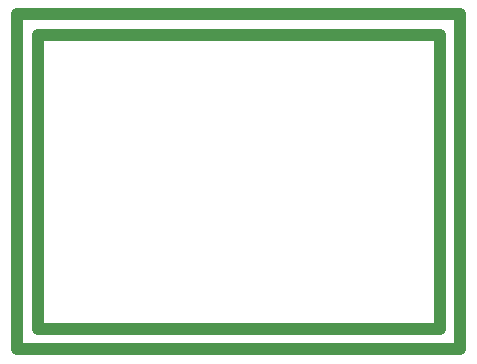
<source format=gko>
%FSLAX46Y46*%
%MOMM*%
%ADD10C,1.000000*%
G01*
G01*
%LPD*%
D10*
X-10910000Y-16770000D02*
X-10910000Y11590000D01*
D10*
X-10910000Y11590000D02*
X26590000Y11590000D01*
D10*
X26590000Y11590000D02*
X26590000Y-16770000D01*
D10*
X26590000Y-16770000D02*
X-10910000Y-16770000D01*
D10*
X-9160000Y-15060000D02*
X-9160000Y9880000D01*
D10*
X-9160000Y9880000D02*
X24840000Y9880000D01*
D10*
X24840000Y9880000D02*
X24840000Y-15060000D01*
D10*
X24840000Y-15060000D02*
X-9160000Y-15060000D01*
G75*
M02*

</source>
